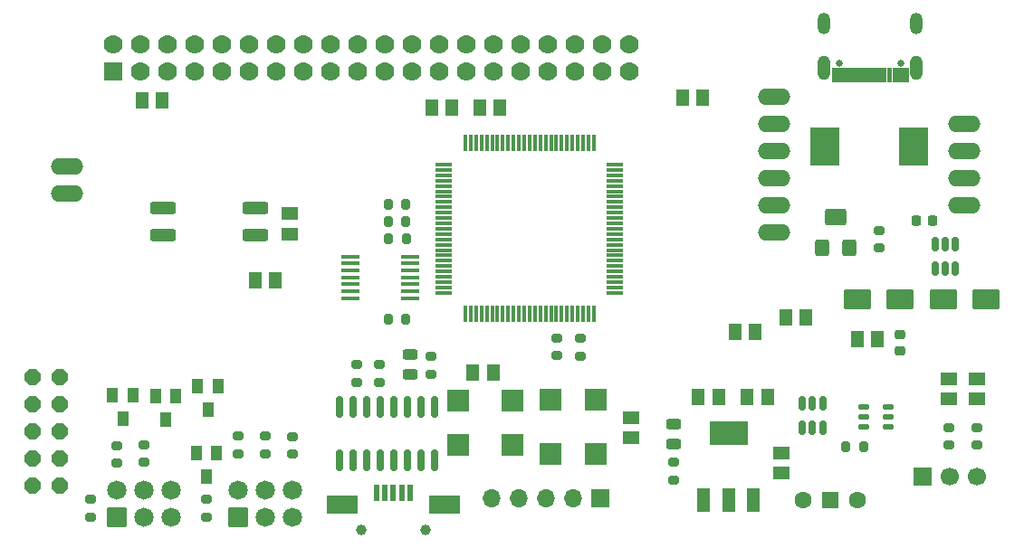
<source format=gbr>
%TF.GenerationSoftware,KiCad,Pcbnew,9.0.5*%
%TF.CreationDate,2025-10-27T17:08:41+05:30*%
%TF.ProjectId,cpm_vehicle_pcb,63706d5f-7665-4686-9963-6c655f706362,rev?*%
%TF.SameCoordinates,Original*%
%TF.FileFunction,Soldermask,Top*%
%TF.FilePolarity,Negative*%
%FSLAX46Y46*%
G04 Gerber Fmt 4.6, Leading zero omitted, Abs format (unit mm)*
G04 Created by KiCad (PCBNEW 9.0.5) date 2025-10-27 17:08:41*
%MOMM*%
%LPD*%
G01*
G04 APERTURE LIST*
G04 Aperture macros list*
%AMRoundRect*
0 Rectangle with rounded corners*
0 $1 Rounding radius*
0 $2 $3 $4 $5 $6 $7 $8 $9 X,Y pos of 4 corners*
0 Add a 4 corners polygon primitive as box body*
4,1,4,$2,$3,$4,$5,$6,$7,$8,$9,$2,$3,0*
0 Add four circle primitives for the rounded corners*
1,1,$1+$1,$2,$3*
1,1,$1+$1,$4,$5*
1,1,$1+$1,$6,$7*
1,1,$1+$1,$8,$9*
0 Add four rect primitives between the rounded corners*
20,1,$1+$1,$2,$3,$4,$5,0*
20,1,$1+$1,$4,$5,$6,$7,0*
20,1,$1+$1,$6,$7,$8,$9,0*
20,1,$1+$1,$8,$9,$2,$3,0*%
%AMOutline5P*
0 Free polygon, 5 corners , with rotation*
0 The origin of the aperture is its center*
0 number of corners: always 5*
0 $1 to $10 corner X, Y*
0 $11 Rotation angle, in degrees counterclockwise*
0 create outline with 5 corners*
4,1,5,$1,$2,$3,$4,$5,$6,$7,$8,$9,$10,$1,$2,$11*%
%AMOutline6P*
0 Free polygon, 6 corners , with rotation*
0 The origin of the aperture is its center*
0 number of corners: always 6*
0 $1 to $12 corner X, Y*
0 $13 Rotation angle, in degrees counterclockwise*
0 create outline with 6 corners*
4,1,6,$1,$2,$3,$4,$5,$6,$7,$8,$9,$10,$11,$12,$1,$2,$13*%
%AMOutline7P*
0 Free polygon, 7 corners , with rotation*
0 The origin of the aperture is its center*
0 number of corners: always 7*
0 $1 to $14 corner X, Y*
0 $15 Rotation angle, in degrees counterclockwise*
0 create outline with 7 corners*
4,1,7,$1,$2,$3,$4,$5,$6,$7,$8,$9,$10,$11,$12,$13,$14,$1,$2,$15*%
%AMOutline8P*
0 Free polygon, 8 corners , with rotation*
0 The origin of the aperture is its center*
0 number of corners: always 8*
0 $1 to $16 corner X, Y*
0 $17 Rotation angle, in degrees counterclockwise*
0 create outline with 8 corners*
4,1,8,$1,$2,$3,$4,$5,$6,$7,$8,$9,$10,$11,$12,$13,$14,$15,$16,$1,$2,$17*%
G04 Aperture macros list end*
%ADD10C,0.010000*%
%ADD11O,1.204000X2.004000*%
%ADD12O,1.204000X2.304000*%
%ADD13C,0.650000*%
%ADD14R,3.000000X1.800000*%
%ADD15R,0.500000X1.500000*%
%ADD16C,1.000000*%
%ADD17RoundRect,0.200000X-0.275000X0.200000X-0.275000X-0.200000X0.275000X-0.200000X0.275000X0.200000X0*%
%ADD18RoundRect,0.250000X0.970000X0.310000X-0.970000X0.310000X-0.970000X-0.310000X0.970000X-0.310000X0*%
%ADD19R,1.500000X1.300000*%
%ADD20RoundRect,0.225000X-0.225000X-0.250000X0.225000X-0.250000X0.225000X0.250000X-0.225000X0.250000X0*%
%ADD21R,1.300000X1.500000*%
%ADD22R,1.700000X1.700000*%
%ADD23C,1.700000*%
%ADD24RoundRect,0.225000X-0.250000X0.225000X-0.250000X-0.225000X0.250000X-0.225000X0.250000X0.225000X0*%
%ADD25R,1.000000X1.400000*%
%ADD26RoundRect,0.200000X0.275000X-0.200000X0.275000X0.200000X-0.275000X0.200000X-0.275000X-0.200000X0*%
%ADD27O,3.048000X1.524000*%
%ADD28R,1.500000X0.350000*%
%ADD29R,0.350000X1.500000*%
%ADD30RoundRect,0.200000X0.200000X0.275000X-0.200000X0.275000X-0.200000X-0.275000X0.200000X-0.275000X0*%
%ADD31RoundRect,0.243750X0.456250X-0.243750X0.456250X0.243750X-0.456250X0.243750X-0.456250X-0.243750X0*%
%ADD32O,1.700000X1.700000*%
%ADD33RoundRect,0.260556X-1.027444X-0.677444X1.027444X-0.677444X1.027444X0.677444X-1.027444X0.677444X0*%
%ADD34RoundRect,0.243750X-0.456250X0.243750X-0.456250X-0.243750X0.456250X-0.243750X0.456250X0.243750X0*%
%ADD35R,2.000000X2.000000*%
%ADD36R,2.700000X3.600000*%
%ADD37R,1.500000X1.500000*%
%ADD38C,1.600000*%
%ADD39R,1.676400X0.355600*%
%ADD40RoundRect,0.250000X0.400000X0.550000X-0.400000X0.550000X-0.400000X-0.550000X0.400000X-0.550000X0*%
%ADD41RoundRect,0.250000X0.750000X0.550000X-0.750000X0.550000X-0.750000X-0.550000X0.750000X-0.550000X0*%
%ADD42R,1.219200X2.235200*%
%ADD43R,3.600000X2.200000*%
%ADD44RoundRect,0.150000X-0.150000X0.512500X-0.150000X-0.512500X0.150000X-0.512500X0.150000X0.512500X0*%
%ADD45RoundRect,0.102000X-0.802500X-0.802500X0.802500X-0.802500X0.802500X0.802500X-0.802500X0.802500X0*%
%ADD46C,1.809000*%
%ADD47Outline8P,-0.762000X0.315631X-0.315631X0.762000X0.315631X0.762000X0.762000X0.315631X0.762000X-0.315631X0.315631X-0.762000X-0.315631X-0.762000X-0.762000X-0.315631X90.000000*%
%ADD48R,1.778000X1.778000*%
%ADD49C,1.778000*%
%ADD50RoundRect,0.150000X0.150000X-0.825000X0.150000X0.825000X-0.150000X0.825000X-0.150000X-0.825000X0*%
%ADD51RoundRect,0.150000X0.150000X-0.512500X0.150000X0.512500X-0.150000X0.512500X-0.150000X-0.512500X0*%
%ADD52RoundRect,0.132500X-0.402500X0.132500X-0.402500X-0.132500X0.402500X-0.132500X0.402500X0.132500X0*%
G04 APERTURE END LIST*
D10*
%TO.C,J4*%
X176620000Y-48380000D02*
X175920000Y-48380000D01*
X175920000Y-47130000D01*
X176620000Y-47130000D01*
X176620000Y-48380000D01*
G36*
X176620000Y-48380000D02*
G01*
X175920000Y-48380000D01*
X175920000Y-47130000D01*
X176620000Y-47130000D01*
X176620000Y-48380000D01*
G37*
X175820000Y-48380000D02*
X175120000Y-48380000D01*
X175120000Y-47130000D01*
X175820000Y-47130000D01*
X175820000Y-48380000D01*
G36*
X175820000Y-48380000D02*
G01*
X175120000Y-48380000D01*
X175120000Y-47130000D01*
X175820000Y-47130000D01*
X175820000Y-48380000D01*
G37*
X175020000Y-48380000D02*
X174620000Y-48380000D01*
X174620000Y-47130000D01*
X175020000Y-47130000D01*
X175020000Y-48380000D01*
G36*
X175020000Y-48380000D02*
G01*
X174620000Y-48380000D01*
X174620000Y-47130000D01*
X175020000Y-47130000D01*
X175020000Y-48380000D01*
G37*
X174520000Y-48380000D02*
X174120000Y-48380000D01*
X174120000Y-47130000D01*
X174520000Y-47130000D01*
X174520000Y-48380000D01*
G36*
X174520000Y-48380000D02*
G01*
X174120000Y-48380000D01*
X174120000Y-47130000D01*
X174520000Y-47130000D01*
X174520000Y-48380000D01*
G37*
X174020000Y-48380000D02*
X173620000Y-48380000D01*
X173620000Y-47130000D01*
X174020000Y-47130000D01*
X174020000Y-48380000D01*
G36*
X174020000Y-48380000D02*
G01*
X173620000Y-48380000D01*
X173620000Y-47130000D01*
X174020000Y-47130000D01*
X174020000Y-48380000D01*
G37*
X173520000Y-48380000D02*
X173120000Y-48380000D01*
X173120000Y-47130000D01*
X173520000Y-47130000D01*
X173520000Y-48380000D01*
G36*
X173520000Y-48380000D02*
G01*
X173120000Y-48380000D01*
X173120000Y-47130000D01*
X173520000Y-47130000D01*
X173520000Y-48380000D01*
G37*
X173020000Y-48380000D02*
X172620000Y-48380000D01*
X172620000Y-47130000D01*
X173020000Y-47130000D01*
X173020000Y-48380000D01*
G36*
X173020000Y-48380000D02*
G01*
X172620000Y-48380000D01*
X172620000Y-47130000D01*
X173020000Y-47130000D01*
X173020000Y-48380000D01*
G37*
X172520000Y-48380000D02*
X172120000Y-48380000D01*
X172120000Y-47130000D01*
X172520000Y-47130000D01*
X172520000Y-48380000D01*
G36*
X172520000Y-48380000D02*
G01*
X172120000Y-48380000D01*
X172120000Y-47130000D01*
X172520000Y-47130000D01*
X172520000Y-48380000D01*
G37*
X172020000Y-48380000D02*
X171620000Y-48380000D01*
X171620000Y-47130000D01*
X172020000Y-47130000D01*
X172020000Y-48380000D01*
G36*
X172020000Y-48380000D02*
G01*
X171620000Y-48380000D01*
X171620000Y-47130000D01*
X172020000Y-47130000D01*
X172020000Y-48380000D01*
G37*
X171520000Y-48380000D02*
X171120000Y-48380000D01*
X171120000Y-47130000D01*
X171520000Y-47130000D01*
X171520000Y-48380000D01*
G36*
X171520000Y-48380000D02*
G01*
X171120000Y-48380000D01*
X171120000Y-47130000D01*
X171520000Y-47130000D01*
X171520000Y-48380000D01*
G37*
X171020000Y-48380000D02*
X170320000Y-48380000D01*
X170320000Y-47130000D01*
X171020000Y-47130000D01*
X171020000Y-48380000D01*
G36*
X171020000Y-48380000D02*
G01*
X170320000Y-48380000D01*
X170320000Y-47130000D01*
X171020000Y-47130000D01*
X171020000Y-48380000D01*
G37*
X170220000Y-48380000D02*
X169520000Y-48380000D01*
X169520000Y-47130000D01*
X170220000Y-47130000D01*
X170220000Y-48380000D01*
G36*
X170220000Y-48380000D02*
G01*
X169520000Y-48380000D01*
X169520000Y-47130000D01*
X170220000Y-47130000D01*
X170220000Y-48380000D01*
G37*
%TD*%
D11*
%TO.C,J4*%
X168750000Y-43000000D03*
X177390000Y-43000000D03*
D12*
X168750000Y-47180000D03*
X177390000Y-47180000D03*
D13*
X170180000Y-46680000D03*
X175960000Y-46680000D03*
%TD*%
D14*
%TO.C,J5*%
X123712500Y-88075000D03*
X133212500Y-88075000D03*
D15*
X126862500Y-86925000D03*
X127662500Y-86925000D03*
X128462500Y-86925000D03*
X129262500Y-86925000D03*
X130062500Y-86925000D03*
D16*
X125462500Y-90375000D03*
X131462500Y-90375000D03*
%TD*%
D17*
%TO.C,R2*%
X116450000Y-81610000D03*
X116450000Y-83260000D03*
%TD*%
D18*
%TO.C,SW1*%
X115555000Y-62770000D03*
X115555000Y-60230000D03*
X106945000Y-60230000D03*
X106945000Y-62770000D03*
%TD*%
D17*
%TO.C,R3o1*%
X113910000Y-81630000D03*
X113910000Y-83280000D03*
%TD*%
D19*
%TO.C,C9*%
X180440000Y-78160000D03*
X180440000Y-76260000D03*
%TD*%
D20*
%TO.C,C7*%
X177325000Y-61480000D03*
X178875000Y-61480000D03*
%TD*%
D21*
%TO.C,C3*%
X171850000Y-72500000D03*
X173750000Y-72500000D03*
%TD*%
D22*
%TO.C,J6*%
X177920000Y-85400000D03*
D23*
X180460000Y-85400000D03*
X183000000Y-85400000D03*
%TD*%
D24*
%TO.C,C4*%
X175870000Y-72115000D03*
X175870000Y-73665000D03*
%TD*%
D25*
%TO.C,Q12*%
X104110000Y-77815000D03*
X102210000Y-77815000D03*
X103160000Y-80015000D03*
%TD*%
D17*
%TO.C,R4*%
X143720000Y-72445000D03*
X143720000Y-74095000D03*
%TD*%
D26*
%TO.C,R26*%
X127170000Y-76595000D03*
X127170000Y-74945000D03*
%TD*%
D21*
%TO.C,C55*%
X160420000Y-71890000D03*
X162320000Y-71890000D03*
%TD*%
D17*
%TO.C,R15*%
X111000000Y-87545000D03*
X111000000Y-89195000D03*
%TD*%
D27*
%TO.C,R/W0*%
X97950000Y-58950000D03*
X97950000Y-56410000D03*
%TD*%
D28*
%TO.C,IC1*%
X133200000Y-56200000D03*
X133200000Y-56700000D03*
X133200000Y-57200000D03*
X133200000Y-57700000D03*
X133200000Y-58200000D03*
X133200000Y-58700000D03*
X133200000Y-59200000D03*
X133200000Y-59700000D03*
X133200000Y-60200000D03*
X133200000Y-60700000D03*
X133200000Y-61200000D03*
X133200000Y-61700000D03*
X133200000Y-62200000D03*
X133200000Y-62700000D03*
X133200000Y-63200000D03*
X133200000Y-63700000D03*
X133200000Y-64200000D03*
X133200000Y-64700000D03*
X133200000Y-65200000D03*
X133200000Y-65700000D03*
X133200000Y-66200000D03*
X133200000Y-66700000D03*
X133200000Y-67200000D03*
X133200000Y-67700000D03*
X133200000Y-68200000D03*
D29*
X135200000Y-70200000D03*
X135700000Y-70200000D03*
X136200000Y-70200000D03*
X136700000Y-70200000D03*
X137200000Y-70200000D03*
X137700000Y-70200000D03*
X138200000Y-70200000D03*
X138700000Y-70200000D03*
X139200000Y-70200000D03*
X139700000Y-70200000D03*
X140200000Y-70200000D03*
X140700000Y-70200000D03*
X141200000Y-70200000D03*
X141700000Y-70200000D03*
X142200000Y-70200000D03*
X142700000Y-70200000D03*
X143200000Y-70200000D03*
X143700000Y-70200000D03*
X144200000Y-70200000D03*
X144700000Y-70200000D03*
X145200000Y-70200000D03*
X145700000Y-70200000D03*
X146200000Y-70200000D03*
X146700000Y-70200000D03*
X147200000Y-70200000D03*
D28*
X149200000Y-68200000D03*
X149200000Y-67700000D03*
X149200000Y-67200000D03*
X149200000Y-66700000D03*
X149200000Y-66200000D03*
X149200000Y-65700000D03*
X149200000Y-65200000D03*
X149200000Y-64700000D03*
X149200000Y-64200000D03*
X149200000Y-63700000D03*
X149200000Y-63200000D03*
X149200000Y-62700000D03*
X149200000Y-62200000D03*
X149200000Y-61700000D03*
X149200000Y-61200000D03*
X149200000Y-60700000D03*
X149200000Y-60200000D03*
X149200000Y-59700000D03*
X149200000Y-59200000D03*
X149200000Y-58700000D03*
X149200000Y-58200000D03*
X149200000Y-57700000D03*
X149200000Y-57200000D03*
X149200000Y-56700000D03*
X149200000Y-56200000D03*
D29*
X147200000Y-54200000D03*
X146700000Y-54200000D03*
X146200000Y-54200000D03*
X145700000Y-54200000D03*
X145200000Y-54200000D03*
X144700000Y-54200000D03*
X144200000Y-54200000D03*
X143700000Y-54200000D03*
X143200000Y-54200000D03*
X142700000Y-54200000D03*
X142200000Y-54200000D03*
X141700000Y-54200000D03*
X141200000Y-54200000D03*
X140700000Y-54200000D03*
X140200000Y-54200000D03*
X139700000Y-54200000D03*
X139200000Y-54200000D03*
X138700000Y-54200000D03*
X138200000Y-54200000D03*
X137700000Y-54200000D03*
X137200000Y-54200000D03*
X136700000Y-54200000D03*
X136200000Y-54200000D03*
X135700000Y-54200000D03*
X135200000Y-54200000D03*
%TD*%
D19*
%TO.C,C61*%
X164720000Y-85080000D03*
X164720000Y-83180000D03*
%TD*%
D26*
%TO.C,R25*%
X182990000Y-82450000D03*
X182990000Y-80800000D03*
%TD*%
D25*
%TO.C,Q11*%
X111940000Y-83180000D03*
X110040000Y-83180000D03*
X110990000Y-85380000D03*
%TD*%
D30*
%TO.C,R24*%
X172412500Y-82610000D03*
X170762500Y-82610000D03*
%TD*%
D31*
%TO.C,D2*%
X154630000Y-82335000D03*
X154630000Y-80460000D03*
%TD*%
D19*
%TO.C,C71*%
X150710000Y-79870000D03*
X150710000Y-81770000D03*
%TD*%
D17*
%TO.C,R9*%
X154630000Y-84095000D03*
X154630000Y-85745000D03*
%TD*%
D21*
%TO.C,C63*%
X161560000Y-77970000D03*
X163460000Y-77970000D03*
%TD*%
D22*
%TO.C,J3*%
X147842500Y-87475000D03*
D32*
X145302500Y-87475000D03*
X142762500Y-87475000D03*
X140222500Y-87475000D03*
X137682500Y-87475000D03*
%TD*%
D26*
%TO.C,R21*%
X173860000Y-64030000D03*
X173860000Y-62380000D03*
%TD*%
D30*
%TO.C,R13*%
X129635000Y-61530000D03*
X127985000Y-61530000D03*
%TD*%
D21*
%TO.C,C10*%
X135880000Y-75630000D03*
X137780000Y-75630000D03*
%TD*%
%TO.C,C31*%
X104940000Y-50200000D03*
X106840000Y-50200000D03*
%TD*%
%TO.C,C56*%
X165160000Y-70520000D03*
X167060000Y-70520000D03*
%TD*%
%TO.C,C51*%
X136550000Y-50840000D03*
X138450000Y-50840000D03*
%TD*%
D33*
%TO.C,D6*%
X171860000Y-68830000D03*
X175860000Y-68830000D03*
%TD*%
D34*
%TO.C,D3*%
X130000000Y-73942500D03*
X130000000Y-75817500D03*
%TD*%
D35*
%TO.C,QG1*%
X147370000Y-83250000D03*
X147370000Y-78250000D03*
X143170000Y-78250000D03*
X143170000Y-83250000D03*
%TD*%
D26*
%TO.C,R28*%
X180430000Y-82450000D03*
X180430000Y-80800000D03*
%TD*%
D30*
%TO.C,R12*%
X129635000Y-59930000D03*
X127985000Y-59930000D03*
%TD*%
D36*
%TO.C,L1*%
X168830000Y-54500000D03*
X177130000Y-54500000D03*
%TD*%
D21*
%TO.C,C53*%
X157380000Y-49900000D03*
X155480000Y-49900000D03*
%TD*%
D25*
%TO.C,Q14*%
X112060000Y-76950000D03*
X110160000Y-76950000D03*
X111110000Y-79150000D03*
%TD*%
D37*
%TO.C,SW2*%
X169300000Y-87570000D03*
D38*
X166760000Y-87570000D03*
X171840000Y-87570000D03*
%TD*%
D21*
%TO.C,C41*%
X115550000Y-67000000D03*
X117450000Y-67000000D03*
%TD*%
D39*
%TO.C,U3*%
X124430600Y-64800000D03*
X124430600Y-65450000D03*
X124430600Y-66100000D03*
X124430600Y-66750000D03*
X124430600Y-67400000D03*
X124430600Y-68050000D03*
X124430600Y-68700000D03*
X130069400Y-68700000D03*
X130069400Y-68050000D03*
X130069400Y-67400000D03*
X130069400Y-66750000D03*
X130069400Y-66100000D03*
X130069400Y-65450000D03*
X130069400Y-64800000D03*
%TD*%
D40*
%TO.C,RV1*%
X168560000Y-64030000D03*
D41*
X169810000Y-61130000D03*
D40*
X171060000Y-64030000D03*
%TD*%
D26*
%TO.C,R10*%
X132010000Y-75815000D03*
X132010000Y-74165000D03*
%TD*%
D19*
%TO.C,C11*%
X182990000Y-78160000D03*
X182990000Y-76260000D03*
%TD*%
D21*
%TO.C,C54*%
X133950000Y-50830000D03*
X132050000Y-50830000D03*
%TD*%
D17*
%TO.C,R17*%
X102592500Y-82500000D03*
X102592500Y-84150000D03*
%TD*%
D42*
%TO.C,P1*%
X157488600Y-87568800D03*
X159800000Y-87568800D03*
X162111400Y-87568800D03*
D43*
X159800000Y-81371000D03*
%TD*%
D17*
%TO.C,R18*%
X105140000Y-82445000D03*
X105140000Y-84095000D03*
%TD*%
D35*
%TO.C,QG2*%
X139560000Y-78270000D03*
X134560000Y-78270000D03*
X134560000Y-82470000D03*
X139560000Y-82470000D03*
%TD*%
D44*
%TO.C,Q3*%
X168605000Y-78552500D03*
X167655000Y-78552500D03*
X166705000Y-78552500D03*
X166705000Y-80827500D03*
X167655000Y-80827500D03*
X168605000Y-80827500D03*
%TD*%
D26*
%TO.C,R27*%
X125050000Y-76595000D03*
X125050000Y-74945000D03*
%TD*%
D30*
%TO.C,R11*%
X129635000Y-70680000D03*
X127985000Y-70680000D03*
%TD*%
D19*
%TO.C,C42*%
X118770000Y-62690000D03*
X118770000Y-60790000D03*
%TD*%
D45*
%TO.C,J1*%
X102572500Y-89195000D03*
D46*
X102572500Y-86655000D03*
X105112500Y-89195000D03*
X105112500Y-86655000D03*
X107652500Y-89195000D03*
X107652500Y-86655000D03*
%TD*%
D25*
%TO.C,Q13*%
X108120000Y-77840000D03*
X106220000Y-77840000D03*
X107170000Y-80040000D03*
%TD*%
D27*
%TO.C,A1*%
X164090000Y-49850000D03*
X164090000Y-52390000D03*
X164090000Y-54930000D03*
X164090000Y-57470000D03*
X164090000Y-60010000D03*
X164090000Y-62550000D03*
X181870000Y-60010000D03*
X181870000Y-57470000D03*
X181870000Y-54930000D03*
X181870000Y-52390000D03*
%TD*%
D17*
%TO.C,R1*%
X118990000Y-81655000D03*
X118990000Y-83305000D03*
%TD*%
D33*
%TO.C,D1*%
X179890000Y-68830000D03*
X183890000Y-68830000D03*
%TD*%
D17*
%TO.C,R3*%
X145930000Y-72485000D03*
X145930000Y-74135000D03*
%TD*%
D47*
%TO.C,EXT_PINS0*%
X97260000Y-86260000D03*
X94720000Y-86260000D03*
X97260000Y-83720000D03*
X94720000Y-83720000D03*
X97260000Y-81180000D03*
X94720000Y-81180000D03*
X97260000Y-78640000D03*
X94720000Y-78640000D03*
X97260000Y-76100000D03*
X94720000Y-76100000D03*
%TD*%
D17*
%TO.C,R16*%
X100110000Y-87565000D03*
X100110000Y-89215000D03*
%TD*%
D21*
%TO.C,C62*%
X158880000Y-77930000D03*
X156980000Y-77930000D03*
%TD*%
D48*
%TO.C,IC2*%
X102240000Y-47520000D03*
D49*
X102240000Y-44980000D03*
X104780000Y-47520000D03*
X104780000Y-44980000D03*
X107320000Y-47520000D03*
X107320000Y-44980000D03*
X109860000Y-47520000D03*
X109860000Y-44980000D03*
X112400000Y-47520000D03*
X112400000Y-44980000D03*
X114940000Y-47520000D03*
X114940000Y-44980000D03*
X117480000Y-47520000D03*
X117480000Y-44980000D03*
X120020000Y-47520000D03*
X120020000Y-44980000D03*
X122560000Y-47520000D03*
X122560000Y-44980000D03*
X125100000Y-47520000D03*
X125100000Y-44980000D03*
X127640000Y-47520000D03*
X127640000Y-44980000D03*
X130180000Y-47520000D03*
X130180000Y-44980000D03*
X132720000Y-47520000D03*
X132720000Y-44980000D03*
X135260000Y-47520000D03*
X135260000Y-44980000D03*
X137800000Y-47520000D03*
X137800000Y-44980000D03*
X140340000Y-47520000D03*
X140340000Y-44980000D03*
X142880000Y-47520000D03*
X142880000Y-44980000D03*
X145420000Y-47520000D03*
X145420000Y-44980000D03*
X147960000Y-47520000D03*
X147960000Y-44980000D03*
X150500000Y-47520000D03*
X150500000Y-44980000D03*
%TD*%
D30*
%TO.C,R14*%
X129655000Y-63110000D03*
X128005000Y-63110000D03*
%TD*%
D45*
%TO.C,J2*%
X113902500Y-89205000D03*
D46*
X113902500Y-86665000D03*
X116442500Y-89205000D03*
X116442500Y-86665000D03*
X118982500Y-89205000D03*
X118982500Y-86665000D03*
%TD*%
D50*
%TO.C,U7*%
X123402500Y-83875000D03*
X124672500Y-83875000D03*
X125942500Y-83875000D03*
X127212500Y-83875000D03*
X128482500Y-83875000D03*
X129752500Y-83875000D03*
X131022500Y-83875000D03*
X132292500Y-83875000D03*
X132292500Y-78925000D03*
X131022500Y-78925000D03*
X129752500Y-78925000D03*
X128482500Y-78925000D03*
X127212500Y-78925000D03*
X125942500Y-78925000D03*
X124672500Y-78925000D03*
X123402500Y-78925000D03*
%TD*%
D51*
%TO.C,U4*%
X179110000Y-65947500D03*
X180060000Y-65947500D03*
X181010000Y-65947500D03*
X181010000Y-63672500D03*
X180060000Y-63672500D03*
X179110000Y-63672500D03*
%TD*%
D52*
%TO.C,U8*%
X172410000Y-78850000D03*
X172410000Y-79800000D03*
X172410000Y-80750000D03*
X174710000Y-80750000D03*
X174710000Y-79800000D03*
X174710000Y-78850000D03*
%TD*%
M02*

</source>
